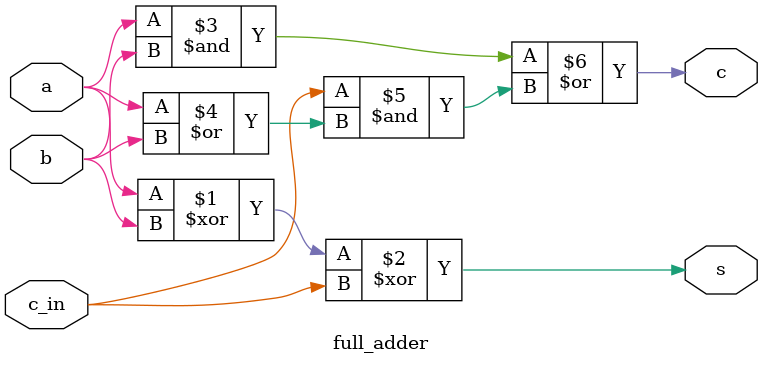
<source format=v>
module full_adder(	// file.cleaned.mlir:2:3
  input  a,	// file.cleaned.mlir:2:28
         b,	// file.cleaned.mlir:2:40
         c_in,	// file.cleaned.mlir:2:52
  output s,	// file.cleaned.mlir:2:68
         c	// file.cleaned.mlir:2:80
);

  assign s = a ^ b ^ c_in;	// file.cleaned.mlir:3:10, :8:5
  assign c = a & b | c_in & (a | b);	// file.cleaned.mlir:4:10, :5:10, :6:10, :7:10, :8:5
endmodule


</source>
